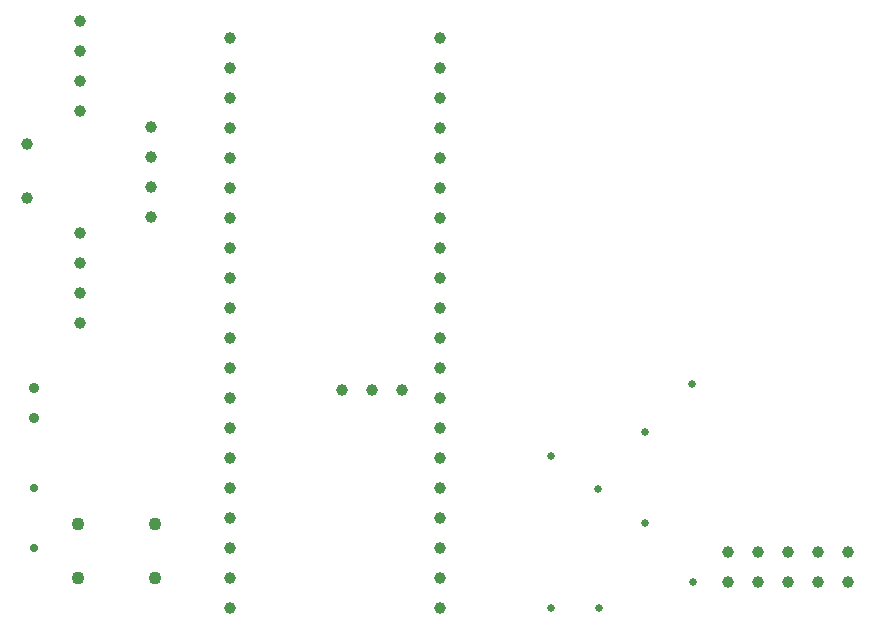
<source format=gbr>
%TF.GenerationSoftware,KiCad,Pcbnew,9.0.2*%
%TF.CreationDate,2025-07-08T09:31:30-03:00*%
%TF.ProjectId,RadProt_IOT,52616450-726f-4745-9f49-4f542e6b6963,rev?*%
%TF.SameCoordinates,Original*%
%TF.FileFunction,Plated,1,2,PTH,Drill*%
%TF.FilePolarity,Positive*%
%FSLAX46Y46*%
G04 Gerber Fmt 4.6, Leading zero omitted, Abs format (unit mm)*
G04 Created by KiCad (PCBNEW 9.0.2) date 2025-07-08 09:31:30*
%MOMM*%
%LPD*%
G01*
G04 APERTURE LIST*
%TA.AperFunction,ViaDrill*%
%ADD10C,0.650000*%
%TD*%
%TA.AperFunction,ComponentDrill*%
%ADD11C,0.700000*%
%TD*%
%TA.AperFunction,ComponentDrill*%
%ADD12C,0.900000*%
%TD*%
%TA.AperFunction,ComponentDrill*%
%ADD13C,1.000000*%
%TD*%
%TA.AperFunction,ComponentDrill*%
%ADD14C,1.100000*%
%TD*%
G04 APERTURE END LIST*
D10*
X151865000Y-118840000D03*
X151870000Y-131740000D03*
X155830000Y-121600000D03*
X155920000Y-131730000D03*
X159880000Y-116820000D03*
X159880000Y-124500000D03*
X163840000Y-112710000D03*
X163880000Y-129500000D03*
D11*
%TO.C,R1*%
X108115000Y-121530000D03*
X108115000Y-126610000D03*
D12*
%TO.C,D1*%
X108115000Y-113100000D03*
X108115000Y-115640000D03*
D13*
%TO.C,+5v*%
X107500000Y-92410000D03*
%TO.C,GND*%
X107500000Y-97000000D03*
%TO.C,UART1*%
X112000000Y-82000000D03*
X112000000Y-84540000D03*
X112000000Y-87080000D03*
X112000000Y-89620000D03*
%TO.C,UART3*%
X112000000Y-100000000D03*
X112000000Y-102540000D03*
X112000000Y-105080000D03*
X112000000Y-107620000D03*
%TO.C,UART2*%
X118000000Y-91000000D03*
X118000000Y-93540000D03*
X118000000Y-96080000D03*
X118000000Y-98620000D03*
%TO.C,U1*%
X124710000Y-83460000D03*
X124710000Y-86000000D03*
X124710000Y-88540000D03*
X124710000Y-91080000D03*
X124710000Y-93620000D03*
X124710000Y-96160000D03*
X124710000Y-98700000D03*
X124710000Y-101240000D03*
X124710000Y-103780000D03*
X124710000Y-106320000D03*
X124710000Y-108860000D03*
X124710000Y-111400000D03*
X124710000Y-113940000D03*
X124710000Y-116480000D03*
X124710000Y-119020000D03*
X124710000Y-121560000D03*
X124710000Y-124100000D03*
X124710000Y-126640000D03*
X124710000Y-129180000D03*
X124710000Y-131720000D03*
X134184100Y-113290000D03*
X136724100Y-113290000D03*
X139264100Y-113290000D03*
X142490000Y-83460000D03*
X142490000Y-86000000D03*
X142490000Y-88540000D03*
X142490000Y-91080000D03*
X142490000Y-93620000D03*
X142490000Y-96160000D03*
X142490000Y-98700000D03*
X142490000Y-101240000D03*
X142490000Y-103780000D03*
X142490000Y-106320000D03*
X142490000Y-108860000D03*
X142490000Y-111400000D03*
X142490000Y-113940000D03*
X142490000Y-116480000D03*
X142490000Y-119020000D03*
X142490000Y-121560000D03*
X142490000Y-124100000D03*
X142490000Y-126640000D03*
X142490000Y-129180000D03*
X142490000Y-131720000D03*
%TO.C,J1*%
X166840000Y-126960000D03*
X166840000Y-129500000D03*
X169380000Y-126960000D03*
X169380000Y-129500000D03*
X171920000Y-126960000D03*
X171920000Y-129500000D03*
X174460000Y-126960000D03*
X174460000Y-129500000D03*
X177000000Y-126960000D03*
X177000000Y-129500000D03*
D14*
%TO.C,SW1*%
X111865000Y-124630000D03*
X111865000Y-129130000D03*
X118365000Y-124630000D03*
X118365000Y-129130000D03*
M02*

</source>
